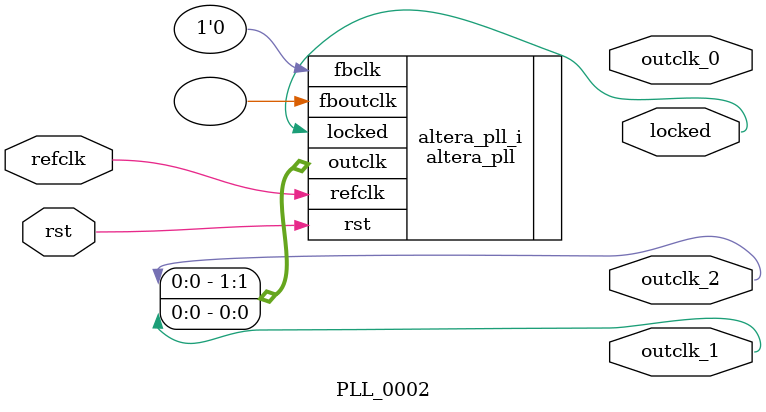
<source format=v>
`timescale 1ns/10ps
module  PLL_0002(

	// interface 'refclk'
	input wire refclk,

	// interface 'reset'
	input wire rst,

	// interface 'outclk0'
	output wire outclk_0,

	// interface 'outclk1'
	output wire outclk_1,

	// interface 'outclk2'
	output wire outclk_2,

	// interface 'locked'
	output wire locked
);

	altera_pll #(
		.fractional_vco_multiplier("false"),
		.reference_clock_frequency("50.0 MHz"),
		.operation_mode("normal"),
		.number_of_clocks(2),
		.output_clock_frequency0("10.000000 MHz"),
		.phase_shift0("0 ps"),
		.duty_cycle0(50),
		.output_clock_frequency1("40.000000 MHz"),
		.phase_shift1("0 ps"),
		.duty_cycle1(50),
		.output_clock_frequency2("100.000000 MHz"),
		.phase_shift2("0 ps"),
		.duty_cycle2(50),
		.output_clock_frequency3("0 MHz"),
		.phase_shift3("0 ps"),
		.duty_cycle3(50),
		.output_clock_frequency4("0 MHz"),
		.phase_shift4("0 ps"),
		.duty_cycle4(50),
		.output_clock_frequency5("0 MHz"),
		.phase_shift5("0 ps"),
		.duty_cycle5(50),
		.output_clock_frequency6("0 MHz"),
		.phase_shift6("0 ps"),
		.duty_cycle6(50),
		.output_clock_frequency7("0 MHz"),
		.phase_shift7("0 ps"),
		.duty_cycle7(50),
		.output_clock_frequency8("0 MHz"),
		.phase_shift8("0 ps"),
		.duty_cycle8(50),
		.output_clock_frequency9("0 MHz"),
		.phase_shift9("0 ps"),
		.duty_cycle9(50),
		.output_clock_frequency10("0 MHz"),
		.phase_shift10("0 ps"),
		.duty_cycle10(50),
		.output_clock_frequency11("0 MHz"),
		.phase_shift11("0 ps"),
		.duty_cycle11(50),
		.output_clock_frequency12("0 MHz"),
		.phase_shift12("0 ps"),
		.duty_cycle12(50),
		.output_clock_frequency13("0 MHz"),
		.phase_shift13("0 ps"),
		.duty_cycle13(50),
		.output_clock_frequency14("0 MHz"),
		.phase_shift14("0 ps"),
		.duty_cycle14(50),
		.output_clock_frequency15("0 MHz"),
		.phase_shift15("0 ps"),
		.duty_cycle15(50),
		.output_clock_frequency16("0 MHz"),
		.phase_shift16("0 ps"),
		.duty_cycle16(50),
		.output_clock_frequency17("0 MHz"),
		.phase_shift17("0 ps"),
		.duty_cycle17(50),
		.pll_type("General"),
		.pll_subtype("General")
	) altera_pll_i (
		.rst	(rst),
		.outclk	({outclk_2, outclk_1}),
		.locked	(locked),
		.fboutclk	( ),
		.fbclk	(1'b0),
		.refclk	(refclk)
	);
endmodule


</source>
